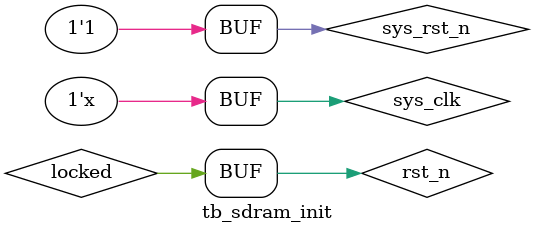
<source format=v>
`timescale 1ns/1ns

module tb_sdram_init();


reg             sys_clk     ; // 50MHz clk
reg             sys_rst_n   ;

wire    [3:0]   init_cmd    ;
wire    [1:0]   init_ba     ;
wire    [12:0]  init_addr   ;
wire            init_end    ;
wire            locked      ;
wire            clk_50m     ;
wire            clk_100m    ;
wire            clk_100m_p  ;//phase shifted
wire            rst_n       ;

assign rst_n = (sys_rst_n & locked);

initial
    begin
        sys_clk = 1'b1;
        sys_rst_n <= 1'b0;
        #30
        sys_rst_n <= 1'b1;
    end

defparam    sdram_model_plus_inst.addr_bits = 13;
defparam    sdram_model_plus_inst.data_bits = 16;
defparam    sdram_model_plus_inst.col_bits  = 9 ;
defparam    sdram_model_plus_inst.mem_sizes = 2*1024*1024;

always #10 sys_clk = ~sys_clk;

sdram_init  sdram_init_inst
(
    .sys_clk     (clk_100m  ), // 100MHz clk
    .sys_rst_n   (rst_n     ),
                  
    .init_cmd    (init_cmd  ),
    .init_ba     (init_ba   ),
    .init_addr   (init_addr ),
    .init_end    (init_end  )
);

sdram_model_plus    sdram_model_plus_inst
(
    .Dq      (           ), 
    .Addr    (init_addr  ), 
    .Ba      (init_ba    ), 
    .Clk     (clk_100m_p ), 
    .Cke     (1'b1       ), 
    .Cs_n    (init_cmd[3]), 
    .Ras_n   (init_cmd[2]), 
    .Cas_n   (init_cmd[1]), 
    .We_n    (init_cmd[0]), 
    .Dqm     (2'b00      ),
    .Debug   (1'b1       )
    );

clk_gen clk_gen_inst 
(
    .areset ( ~sys_rst_n    ),
    .inclk0 ( sys_clk       ),
    .c0     ( clk_50m       ),
    .c1     ( clk_100m      ),
    .c2     ( clk_100m_p    ),
    .locked ( locked        )
    );


endmodule
</source>
